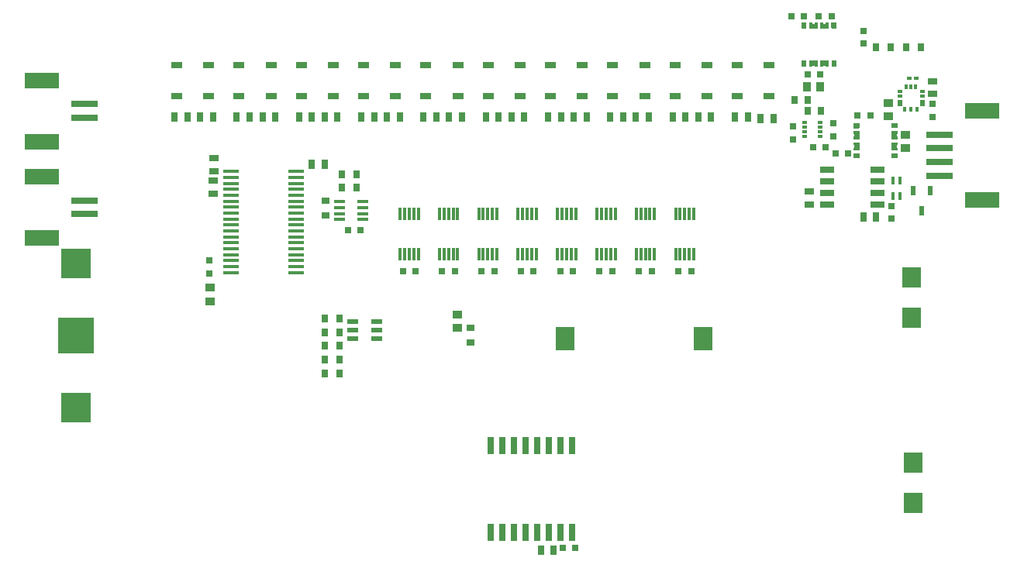
<source format=gbp>
G04*
G04 #@! TF.GenerationSoftware,Altium Limited,Altium Designer,25.5.2 (35)*
G04*
G04 Layer_Color=128*
%FSLAX44Y44*%
%MOMM*%
G71*
G04*
G04 #@! TF.SameCoordinates,ED351411-2A85-4CB6-B36D-2EDF8201A488*
G04*
G04*
G04 #@! TF.FilePolarity,Positive*
G04*
G01*
G75*
%ADD18R,1.0000X0.8500*%
%ADD19R,0.8000X0.9500*%
%ADD20R,0.7000X0.7000*%
%ADD21R,0.7800X0.9900*%
%ADD22R,0.7000X0.7000*%
%ADD25R,0.9900X0.7800*%
%ADD26R,0.6500X0.7000*%
%ADD27R,0.7000X0.6500*%
%ADD28R,0.6500X1.9500*%
%ADD29R,2.9000X0.8000*%
%ADD59R,3.8000X1.8000*%
%ADD62R,0.9500X0.8000*%
%ADD149R,0.6250X0.4000*%
%ADD150R,0.6250X0.3000*%
%ADD151R,0.6250X0.8000*%
%ADD152R,0.3500X0.6250*%
%ADD153R,0.3000X0.6250*%
%ADD154R,0.4750X0.3000*%
%ADD156R,0.5750X0.6750*%
%ADD157R,1.5250X0.6500*%
%ADD158R,0.8300X1.0700*%
%ADD159R,0.6500X0.9000*%
%ADD160R,3.9600X3.9600*%
%ADD161R,2.0000X2.5000*%
%ADD162R,1.1500X0.6000*%
%ADD163R,1.2000X0.4500*%
%ADD164R,1.0700X0.8300*%
%ADD167R,0.6750X0.5750*%
%ADD168R,0.6000X1.0500*%
%ADD169R,0.4000X0.9000*%
%ADD171R,2.1500X2.2000*%
%ADD172R,0.3000X1.4000*%
%ADD173R,1.8000X0.4500*%
%ADD174R,3.1800X3.1800*%
%ADD176R,1.1500X0.8000*%
G36*
X933250Y546000D02*
X931750Y544500D01*
X926500Y544500D01*
X926500Y550250D01*
X933250Y550250D01*
X933250Y546000D01*
D02*
G37*
G36*
X933250Y541500D02*
X933250Y532500D01*
X926500D01*
Y535500D01*
X927750Y535500D01*
Y538500D01*
X926500Y538500D01*
X926500Y541500D01*
X933250Y541500D01*
D02*
G37*
G36*
X975000D02*
X975000Y538500D01*
X973750D01*
X973750Y535500D01*
X975000Y535500D01*
X975000Y532500D01*
X968250D01*
X968250Y541500D01*
X975000Y541500D01*
D02*
G37*
G36*
X975000Y526500D02*
X973750Y526500D01*
Y523500D01*
X975000Y523500D01*
X975000Y520500D01*
X968250Y520500D01*
X968250Y529500D01*
X975000D01*
Y526500D01*
D02*
G37*
G36*
X933250Y520500D02*
X926500Y520500D01*
X926500Y523500D01*
X927750D01*
X927750Y526500D01*
X926500Y526500D01*
X926500Y529500D01*
X933250D01*
X933250Y520500D01*
D02*
G37*
G36*
X899250Y653500D02*
X890250D01*
Y660250D01*
X893250D01*
Y659000D01*
X896250D01*
Y660250D01*
X899250D01*
Y653500D01*
D02*
G37*
G36*
X887250D02*
X878250D01*
Y660250D01*
X881250D01*
Y659000D01*
X884250D01*
Y660250D01*
X887250D01*
Y653500D01*
D02*
G37*
G36*
X908000D02*
X903750D01*
X902250Y655000D01*
Y660250D01*
X908000D01*
Y653500D01*
D02*
G37*
G36*
X899250Y611750D02*
X896250D01*
Y613000D01*
X893250D01*
Y611750D01*
X890250D01*
Y618500D01*
X899250D01*
Y611750D01*
D02*
G37*
G36*
X887250D02*
X884250D01*
Y613000D01*
X881250D01*
Y611750D01*
X878250D01*
Y618500D01*
X887250D01*
Y611750D01*
D02*
G37*
D18*
X494000Y326500D02*
D03*
Y341500D02*
D03*
X224000Y370500D02*
D03*
Y355500D02*
D03*
D19*
X367750Y479846D02*
D03*
Y494596D02*
D03*
X365000Y277000D02*
D03*
X349000D02*
D03*
X365000Y292000D02*
D03*
X349000D02*
D03*
X365000Y307000D02*
D03*
X349000D02*
D03*
X365000Y322000D02*
D03*
X349000D02*
D03*
X365000Y337000D02*
D03*
X349000D02*
D03*
X1000000Y633000D02*
D03*
X984000D02*
D03*
X967000D02*
D03*
X951000D02*
D03*
X383750Y494596D02*
D03*
Y479846D02*
D03*
D20*
X860750Y532499D02*
D03*
X904500Y536000D02*
D03*
X1012529Y557389D02*
D03*
X1012529Y571389D02*
D03*
X904500Y550000D02*
D03*
X860750Y546499D02*
D03*
X937750Y651250D02*
D03*
Y637250D02*
D03*
X223000Y400000D02*
D03*
Y386000D02*
D03*
D21*
X585000Y84000D02*
D03*
X951500Y447750D02*
D03*
X937500D02*
D03*
X599000Y84000D02*
D03*
X349000Y505000D02*
D03*
X335000D02*
D03*
X811000Y557000D02*
D03*
X797000D02*
D03*
X743000D02*
D03*
X729000D02*
D03*
X675000D02*
D03*
X661000D02*
D03*
X607000D02*
D03*
X593000D02*
D03*
X539000D02*
D03*
X525000D02*
D03*
X471000D02*
D03*
X457000D02*
D03*
X403000D02*
D03*
X389000D02*
D03*
X335000D02*
D03*
X321000D02*
D03*
X267000D02*
D03*
X253000D02*
D03*
X199000Y557000D02*
D03*
X185000D02*
D03*
X825000Y555250D02*
D03*
X839000D02*
D03*
X757000Y557000D02*
D03*
X771000D02*
D03*
X689000D02*
D03*
X703000D02*
D03*
X621000D02*
D03*
X635000D02*
D03*
X553000D02*
D03*
X567000D02*
D03*
X485000D02*
D03*
X499000D02*
D03*
X417000D02*
D03*
X431000D02*
D03*
X349000D02*
D03*
X363000D02*
D03*
X281000D02*
D03*
X295000D02*
D03*
X213000Y557000D02*
D03*
X227000D02*
D03*
D22*
X876263Y603675D02*
D03*
X374250Y433500D02*
D03*
X896402Y524282D02*
D03*
X623000Y86000D02*
D03*
X944750Y559000D02*
D03*
X930750D02*
D03*
X609000Y86000D02*
D03*
X882402Y524282D02*
D03*
X890263Y603675D02*
D03*
X888463Y667000D02*
D03*
X902463D02*
D03*
X388250Y433500D02*
D03*
X749250Y388844D02*
D03*
X735250D02*
D03*
X706250D02*
D03*
X692250D02*
D03*
X663250D02*
D03*
X649250D02*
D03*
X620250D02*
D03*
X606250D02*
D03*
X577250D02*
D03*
X563250D02*
D03*
X534250D02*
D03*
X520250D02*
D03*
X491250D02*
D03*
X477250D02*
D03*
X448250D02*
D03*
X434250D02*
D03*
D25*
X878067Y475451D02*
D03*
X1013229Y596239D02*
D03*
X1013229Y582239D02*
D03*
X878067Y461451D02*
D03*
X228000Y512000D02*
D03*
Y498000D02*
D03*
X227000Y473500D02*
D03*
Y487500D02*
D03*
D26*
X907250Y517000D02*
D03*
X920750D02*
D03*
X859000Y667000D02*
D03*
X872500D02*
D03*
D27*
X968000Y459500D02*
D03*
Y446000D02*
D03*
D28*
X543200Y103500D02*
D03*
X530500D02*
D03*
X555900D02*
D03*
X606700D02*
D03*
X568600D02*
D03*
X581300D02*
D03*
X594000D02*
D03*
X619400D02*
D03*
Y198000D02*
D03*
X606700D02*
D03*
X594000D02*
D03*
X581300D02*
D03*
X568600D02*
D03*
X555900D02*
D03*
X543200D02*
D03*
X530500D02*
D03*
D29*
X87000Y571000D02*
D03*
Y466000D02*
D03*
X1020119Y507825D02*
D03*
Y492825D02*
D03*
Y522825D02*
D03*
Y537825D02*
D03*
X87000Y451000D02*
D03*
Y556000D02*
D03*
D59*
X1067119Y466825D02*
D03*
Y563825D02*
D03*
X40000Y492000D02*
D03*
Y425000D02*
D03*
Y597000D02*
D03*
Y530000D02*
D03*
D62*
X349750Y449596D02*
D03*
X508000Y327000D02*
D03*
Y311000D02*
D03*
X349750Y465596D02*
D03*
D149*
X995370Y599250D02*
D03*
X987130D02*
D03*
D150*
X976960Y585033D02*
D03*
Y580033D02*
D03*
X1001710D02*
D03*
Y585033D02*
D03*
D151*
X976960Y572533D02*
D03*
X1001710D02*
D03*
D152*
X982830Y565163D02*
D03*
X989330D02*
D03*
X995830D02*
D03*
D153*
X994330Y589913D02*
D03*
X989330D02*
D03*
X984330D02*
D03*
D154*
X890130Y536000D02*
D03*
X873370D02*
D03*
Y541000D02*
D03*
X890130D02*
D03*
Y546000D02*
D03*
X873370D02*
D03*
Y551000D02*
D03*
X890130D02*
D03*
D156*
X872375Y615125D02*
D03*
X905125D02*
D03*
X872375Y656875D02*
D03*
D157*
X898130Y499050D02*
D03*
X952370Y473650D02*
D03*
Y460950D02*
D03*
X898130D02*
D03*
X952370Y486350D02*
D03*
Y499050D02*
D03*
X898130Y486350D02*
D03*
Y473650D02*
D03*
D158*
X876063Y589674D02*
D03*
X890463D02*
D03*
D159*
X891000Y563499D02*
D03*
X862000Y575750D02*
D03*
X876500D02*
D03*
X876500Y563499D02*
D03*
D160*
X77760Y318000D02*
D03*
D161*
X762000Y315000D02*
D03*
X612000D02*
D03*
D162*
X406000Y324000D02*
D03*
X380000Y333500D02*
D03*
Y324000D02*
D03*
Y314500D02*
D03*
X406000D02*
D03*
Y333500D02*
D03*
D163*
X365500Y451596D02*
D03*
X390500Y445096D02*
D03*
Y451596D02*
D03*
Y458096D02*
D03*
Y464596D02*
D03*
X365500D02*
D03*
Y458096D02*
D03*
Y445096D02*
D03*
D164*
X964500Y558050D02*
D03*
X964500Y572450D02*
D03*
X983500Y523300D02*
D03*
Y537700D02*
D03*
D167*
X929875Y514625D02*
D03*
X971625Y547375D02*
D03*
X971625Y514625D02*
D03*
D168*
X1001000Y454750D02*
D03*
X1010500Y476750D02*
D03*
X991500D02*
D03*
D169*
X977750Y470500D02*
D03*
X969750D02*
D03*
X977750Y487500D02*
D03*
X969750D02*
D03*
D171*
X990000Y381750D02*
D03*
Y337750D02*
D03*
X991500Y135750D02*
D03*
Y179750D02*
D03*
D172*
X732250Y407000D02*
D03*
X737250D02*
D03*
X742250D02*
D03*
X747250D02*
D03*
X752250D02*
D03*
Y451000D02*
D03*
X747250D02*
D03*
X742250D02*
D03*
X737250D02*
D03*
X732250D02*
D03*
X689250D02*
D03*
X694250D02*
D03*
X699250D02*
D03*
X704250D02*
D03*
X709250D02*
D03*
Y407000D02*
D03*
X704250D02*
D03*
X699250D02*
D03*
X694250D02*
D03*
X689250D02*
D03*
X646250D02*
D03*
X651250D02*
D03*
X656250D02*
D03*
X661250D02*
D03*
X666250D02*
D03*
Y451000D02*
D03*
X661250D02*
D03*
X656250D02*
D03*
X651250D02*
D03*
X646250D02*
D03*
X603250D02*
D03*
X608250D02*
D03*
X613250D02*
D03*
X618250D02*
D03*
X623250D02*
D03*
Y407000D02*
D03*
X618250D02*
D03*
X613250D02*
D03*
X608250D02*
D03*
X603250D02*
D03*
X560250D02*
D03*
X565250D02*
D03*
X570250D02*
D03*
X575250D02*
D03*
X580250D02*
D03*
Y451000D02*
D03*
X575250D02*
D03*
X570250D02*
D03*
X565250D02*
D03*
X560250D02*
D03*
X517250D02*
D03*
X522250D02*
D03*
X527250D02*
D03*
X532250D02*
D03*
X537250D02*
D03*
Y407000D02*
D03*
X532250D02*
D03*
X527250D02*
D03*
X522250D02*
D03*
X517250D02*
D03*
X474250D02*
D03*
X479250D02*
D03*
X484250D02*
D03*
X489250D02*
D03*
X494250D02*
D03*
Y451000D02*
D03*
X489250D02*
D03*
X484250D02*
D03*
X479250D02*
D03*
X474250D02*
D03*
X431250D02*
D03*
X436250D02*
D03*
X441250D02*
D03*
X446250D02*
D03*
X451250D02*
D03*
Y407000D02*
D03*
X446250D02*
D03*
X441250D02*
D03*
X436250D02*
D03*
X431250D02*
D03*
D173*
X317750Y387000D02*
D03*
Y393500D02*
D03*
Y400000D02*
D03*
Y406500D02*
D03*
Y413000D02*
D03*
Y419500D02*
D03*
Y426000D02*
D03*
Y432500D02*
D03*
Y439000D02*
D03*
Y445500D02*
D03*
Y452000D02*
D03*
Y458500D02*
D03*
Y465000D02*
D03*
Y471500D02*
D03*
Y478000D02*
D03*
Y484500D02*
D03*
Y491000D02*
D03*
Y497500D02*
D03*
X246750D02*
D03*
Y491000D02*
D03*
Y484500D02*
D03*
Y478000D02*
D03*
Y471500D02*
D03*
Y465000D02*
D03*
Y458500D02*
D03*
Y452000D02*
D03*
Y445500D02*
D03*
Y439000D02*
D03*
Y432500D02*
D03*
Y426000D02*
D03*
Y419500D02*
D03*
Y413000D02*
D03*
Y406500D02*
D03*
Y400000D02*
D03*
Y393500D02*
D03*
Y387000D02*
D03*
D174*
X77760Y239300D02*
D03*
Y396700D02*
D03*
D176*
X834500Y614000D02*
D03*
X799500D02*
D03*
X766500D02*
D03*
X731500D02*
D03*
X698500D02*
D03*
X663500D02*
D03*
X630500D02*
D03*
X595500D02*
D03*
X562500D02*
D03*
X527500D02*
D03*
X494500D02*
D03*
X459500D02*
D03*
X426500D02*
D03*
X391500D02*
D03*
X358500D02*
D03*
X323500D02*
D03*
X290500D02*
D03*
X255500D02*
D03*
X222500Y614000D02*
D03*
X187500D02*
D03*
X834500Y580000D02*
D03*
X799500D02*
D03*
X766500D02*
D03*
X731500D02*
D03*
X698500D02*
D03*
X663500D02*
D03*
X630500D02*
D03*
X595500D02*
D03*
X562500D02*
D03*
X527500D02*
D03*
X494500D02*
D03*
X459500D02*
D03*
X426500D02*
D03*
X391500D02*
D03*
X358500D02*
D03*
X323500D02*
D03*
X290500D02*
D03*
X255500D02*
D03*
X222500Y580000D02*
D03*
X187500D02*
D03*
M02*

</source>
